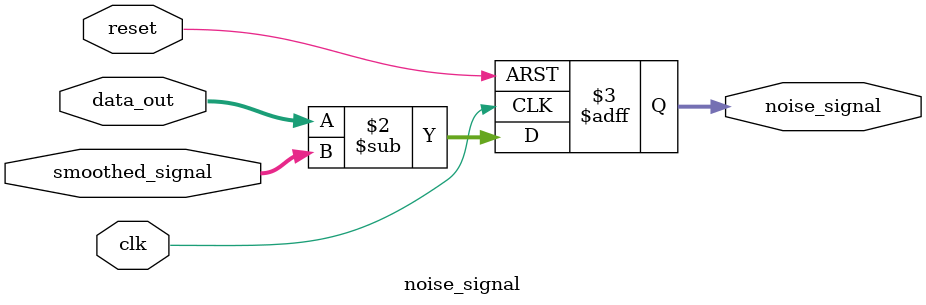
<source format=v>
`timescale 1ns / 1ps


module noise_signal #(parameter DATA_WIDTH = 16) (
    input wire clk,
    input wire reset,
    input wire [DATA_WIDTH-1:0] data_out,         // Original input signal
    input wire [DATA_WIDTH-1:0] smoothed_signal,  // Filtered output from moving_average_filter
    output reg [DATA_WIDTH-1:0] noise_signal      // Noise component
);

    always @(posedge clk or posedge reset) begin
        if (reset) begin
            noise_signal <= 0;
        end else begin
            noise_signal <= data_out - smoothed_signal; // Compute noise component
        end
    end
endmodule
</source>
